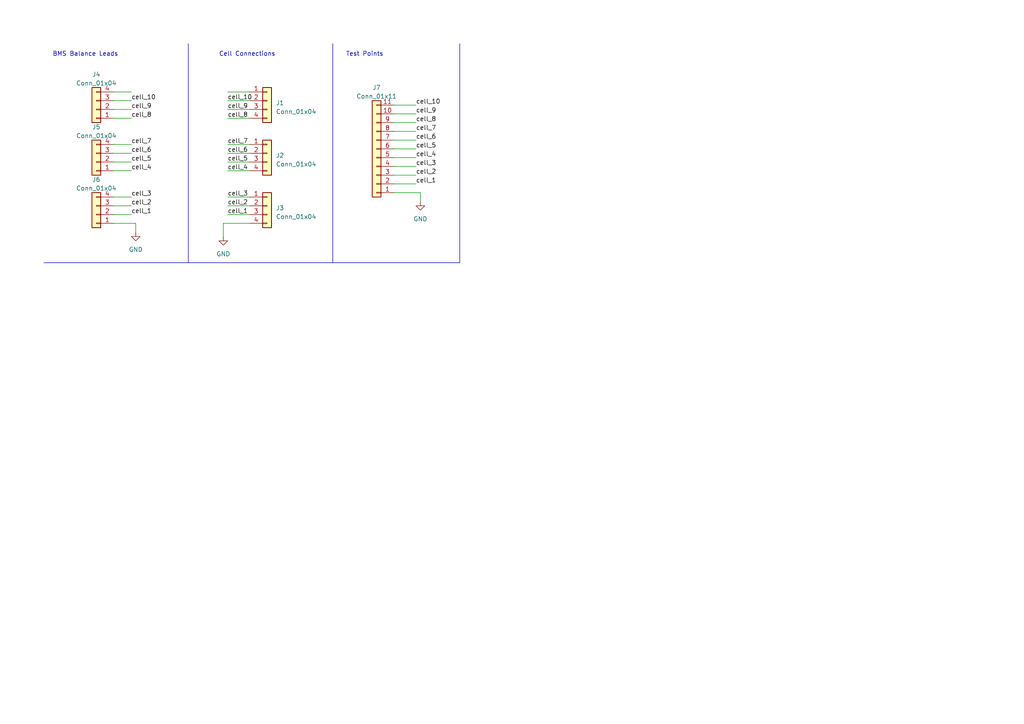
<source format=kicad_sch>
(kicad_sch (version 20230121) (generator eeschema)
  (paper "A4")
  (lib_symbols
    (symbol "Connector_Generic:Conn_01x04" (pin_names (offset 1.016) hide)
      (property "Reference" "J" (at 0 5.08 0))
      (property "Value" "Conn_01x04" (at 0 -7.62 0))
      (symbol "Conn_01x04_1_1"
        (rectangle (start -1.27 -4.953) (end 0 -5.207) (stroke (width 0.1524)))
        (rectangle (start -1.27 -2.413) (end 0 -2.667) (stroke (width 0.1524)))
        (rectangle (start -1.27 0.127) (end 0 -0.127) (stroke (width 0.1524)))
        (rectangle (start -1.27 2.667) (end 0 2.413) (stroke (width 0.1524)))
        (rectangle (start -1.27 3.81) (end 1.27 -6.35) (stroke (width 0.254)) (fill (type background)))
        (pin passive line (at -5.08 2.54 0) (length 3.81) (name "Pin_1") (number "1"))
        (pin passive line (at -5.08 0 0) (length 3.81) (name "Pin_2") (number "2"))
        (pin passive line (at -5.08 -2.54 0) (length 3.81) (name "Pin_3") (number "3"))
        (pin passive line (at -5.08 -5.08 0) (length 3.81) (name "Pin_4") (number "4"))
      )
    )
    (symbol "Connector_Generic:Conn_01x11" (pin_names (offset 1.016) hide)
      (property "Reference" "J" (at 0 15.24 0))
      (property "Value" "Conn_01x11" (at 0 -15.24 0))
      (symbol "Conn_01x11_1_1"
        (rectangle (start -1.27 -12.573) (end 0 -12.827) (stroke (width 0.1524)))
        (rectangle (start -1.27 -10.033) (end 0 -10.287) (stroke (width 0.1524)))
        (rectangle (start -1.27 -7.493) (end 0 -7.747) (stroke (width 0.1524)))
        (rectangle (start -1.27 -4.953) (end 0 -5.207) (stroke (width 0.1524)))
        (rectangle (start -1.27 -2.413) (end 0 -2.667) (stroke (width 0.1524)))
        (rectangle (start -1.27 0.127) (end 0 -0.127) (stroke (width 0.1524)))
        (rectangle (start -1.27 2.667) (end 0 2.413) (stroke (width 0.1524)))
        (rectangle (start -1.27 5.207) (end 0 4.953) (stroke (width 0.1524)))
        (rectangle (start -1.27 7.747) (end 0 7.493) (stroke (width 0.1524)))
        (rectangle (start -1.27 10.287) (end 0 10.033) (stroke (width 0.1524)))
        (rectangle (start -1.27 12.827) (end 0 12.573) (stroke (width 0.1524)))
        (rectangle (start -1.27 13.97) (end 1.27 -13.97) (stroke (width 0.254)) (fill (type background)))
        (pin passive line (at -5.08 12.7 0) (length 3.81) (name "Pin_1") (number "1"))
        (pin passive line (at -5.08 -10.16 0) (length 3.81) (name "Pin_10") (number "10"))
        (pin passive line (at -5.08 -12.7 0) (length 3.81) (name "Pin_11") (number "11"))
        (pin passive line (at -5.08 10.16 0) (length 3.81) (name "Pin_2") (number "2"))
        (pin passive line (at -5.08 7.62 0) (length 3.81) (name "Pin_3") (number "3"))
        (pin passive line (at -5.08 5.08 0) (length 3.81) (name "Pin_4") (number "4"))
        (pin passive line (at -5.08 2.54 0) (length 3.81) (name "Pin_5") (number "5"))
        (pin passive line (at -5.08 0 0) (length 3.81) (name "Pin_6") (number "6"))
        (pin passive line (at -5.08 -2.54 0) (length 3.81) (name "Pin_7") (number "7"))
        (pin passive line (at -5.08 -5.08 0) (length 3.81) (name "Pin_8") (number "8"))
        (pin passive line (at -5.08 -7.62 0) (length 3.81) (name "Pin_9") (number "9"))
      )
    )
    (symbol "power:GND" (power) (pin_names (offset 0))
      (property "Value" "GND" (at 0 -3.81 0))
      (symbol "GND_0_1"
        (polyline (pts (xy 0 0) (xy 0 -1.27) (xy 1.27 -1.27) (xy 0 -2.54) (xy -1.27 -1.27) (xy 0 -1.27)))
      )
      (symbol "GND_1_1"
        (pin power_in line (at 0 0 270) (length 0) hide (name "GND") (number "1"))
      )
    )
  )
  (wire (pts (xy 33.02 31.75) (xy 38.1 31.75)))
  (wire (pts (xy 66.04 46.99) (xy 72.39 46.99)))
  (polyline (pts (xy 133.35 12.7) (xy 133.35 76.2)))
  (wire (pts (xy 33.02 34.29) (xy 38.1 34.29)))
  (wire (pts (xy 114.3 38.1) (xy 120.65 38.1)))
  (wire (pts (xy 114.3 33.02) (xy 120.65 33.02)))
  (wire (pts (xy 33.02 44.45) (xy 38.1 44.45)))
  (wire (pts (xy 33.02 64.77) (xy 39.37 64.77)))
  (wire (pts (xy 66.04 31.75) (xy 72.39 31.75)))
  (wire (pts (xy 33.02 59.69) (xy 38.1 59.69)))
  (wire (pts (xy 33.02 26.67) (xy 38.1 26.67)))
  (wire (pts (xy 33.02 29.21) (xy 38.1 29.21)))
  (wire (pts (xy 33.02 57.15) (xy 38.1 57.15)))
  (wire (pts (xy 33.02 49.53) (xy 38.1 49.53)))
  (wire (pts (xy 39.37 64.77) (xy 39.37 67.31)))
  (wire (pts (xy 33.02 41.91) (xy 38.1 41.91)))
  (polyline (pts (xy 54.61 12.7) (xy 54.61 76.2)))
  (wire (pts (xy 64.77 64.77) (xy 64.77 68.58)))
  (wire (pts (xy 114.3 45.72) (xy 120.65 45.72)))
  (wire (pts (xy 114.3 40.64) (xy 120.65 40.64)))
  (wire (pts (xy 66.04 49.53) (xy 72.39 49.53)))
  (wire (pts (xy 66.04 34.29) (xy 72.39 34.29)))
  (wire (pts (xy 114.3 30.48) (xy 120.65 30.48)))
  (polyline (pts (xy 96.52 76.2) (xy 133.35 76.2)))
  (wire (pts (xy 66.04 29.21) (xy 72.39 29.21)))
  (wire (pts (xy 33.02 62.23) (xy 38.1 62.23)))
  (wire (pts (xy 66.04 26.67) (xy 72.39 26.67)))
  (wire (pts (xy 66.04 57.15) (xy 72.39 57.15)))
  (wire (pts (xy 114.3 53.34) (xy 120.65 53.34)))
  (wire (pts (xy 66.04 59.69) (xy 72.39 59.69)))
  (polyline (pts (xy 54.61 76.2) (xy 96.52 76.2)))
  (wire (pts (xy 114.3 43.18) (xy 120.65 43.18)))
  (wire (pts (xy 114.3 48.26) (xy 120.65 48.26)))
  (wire (pts (xy 66.04 41.91) (xy 72.39 41.91)))
  (wire (pts (xy 114.3 55.88) (xy 121.92 55.88)))
  (wire (pts (xy 66.04 62.23) (xy 72.39 62.23)))
  (wire (pts (xy 121.92 55.88) (xy 121.92 58.42)))
  (wire (pts (xy 72.39 64.77) (xy 64.77 64.77)))
  (wire (pts (xy 114.3 50.8) (xy 120.65 50.8)))
  (polyline (pts (xy 96.52 12.7) (xy 96.52 76.2)))
  (polyline (pts (xy 12.7 76.2) (xy 54.61 76.2)))
  (wire (pts (xy 33.02 46.99) (xy 38.1 46.99)))
  (wire (pts (xy 114.3 35.56) (xy 120.65 35.56)))
  (wire (pts (xy 66.04 44.45) (xy 72.39 44.45)))
  (text "Test Points\n" (at 100.33 16.51 0) (effects (font (size 1.27 1.27)) (justify left bottom)))
  (text "Cell Connections" (at 63.5 16.51 0) (effects (font (size 1.27 1.27)) (justify left bottom)))
  (text "BMS Balance Leads" (at 15.24 16.51 0) (effects (font (size 1.27 1.27)) (justify left bottom)))
  (label "cell_2" (at 120.65 50.8 0))
  (label "cell_9" (at 120.65 33.02 0))
  (label "cell_4" (at 66.04 49.53 0))
  (label "cell_7" (at 38.1 41.91 0))
  (label "cell_3" (at 120.65 48.26 0))
  (label "cell_1" (at 38.1 62.23 0))
  (label "cell_1" (at 66.04 62.23 0))
  (label "cell_1" (at 120.65 53.34 0))
  (label "cell_3" (at 38.1 57.15 0))
  (label "cell_3" (at 66.04 57.15 0))
  (label "cell_7" (at 120.65 38.1 0))
  (label "cell_9" (at 38.1 31.75 0))
  (label "cell_4" (at 120.65 45.72 0))
  (label "cell_10" (at 38.1 29.21 0))
  (label "cell_7" (at 66.04 41.91 0))
  (label "cell_8" (at 66.04 34.29 0))
  (label "cell_6" (at 38.1 44.45 0))
  (label "cell_10" (at 66.04 29.21 0))
  (label "cell_5" (at 66.04 46.99 0))
  (label "cell_5" (at 120.65 43.18 0))
  (label "cell_6" (at 120.65 40.64 0))
  (label "cell_4" (at 38.1 49.53 0))
  (label "cell_2" (at 66.04 59.69 0))
  (label "cell_8" (at 38.1 34.29 0))
  (label "cell_8" (at 120.65 35.56 0))
  (label "cell_10" (at 120.65 30.48 0))
  (label "cell_2" (at 38.1 59.69 0))
  (label "cell_5" (at 38.1 46.99 0))
  (label "cell_6" (at 66.04 44.45 0))
  (label "cell_9" (at 66.04 31.75 0))
  (symbol (lib_id "Connector_Generic:Conn_01x04") (at 27.94 62.23 180) (unit 1)
    (property "Reference" "J6" (at 27.94 52.07 0))
    (property "Value" "Conn_01x04" (at 27.94 54.61 0))
    (property "Footprint" "Connector_PinHeader_2.00mm:PinHeader_1x04_P2.00mm_Horizontal" (effects hide))
  )
  (symbol (lib_id "power:GND") (at 121.92 58.42 0) (unit 1)
    (property "Reference" "#PWR03" (effects hide))
    (property "Value" "GND" (at 121.92 63.5 0))
  )
  (symbol (lib_id "power:GND") (at 64.77 68.58 0) (unit 1)
    (property "Reference" "#PWR02" (effects hide))
    (property "Value" "GND" (at 64.77 73.66 0))
  )
  (symbol (lib_id "Connector_Generic:Conn_01x04") (at 27.94 31.75 180) (unit 1)
    (property "Reference" "J4" (at 27.94 21.59 0))
    (property "Value" "Conn_01x04" (at 27.94 24.13 0))
    (property "Footprint" "Connector_PinHeader_2.00mm:PinHeader_1x04_P2.00mm_Horizontal" (effects hide))
  )
  (symbol (lib_id "Connector_Generic:Conn_01x04") (at 27.94 46.99 180) (unit 1)
    (property "Reference" "J5" (at 27.94 36.83 0))
    (property "Value" "Conn_01x04" (at 27.94 39.37 0))
    (property "Footprint" "Connector_PinHeader_2.00mm:PinHeader_1x04_P2.00mm_Horizontal" (effects hide))
  )
  (symbol (lib_id "Connector_Generic:Conn_01x04") (at 77.47 44.45 0) (unit 1)
    (property "Reference" "J2" (at 80.01 45.085 0) (effects (justify left)))
    (property "Value" "Conn_01x04" (at 80.01 47.625 0) (effects (justify left)))
    (property "Footprint" "Connector_PinHeader_2.00mm:PinHeader_1x04_P2.00mm_Horizontal" (effects hide))
  )
  (symbol (lib_id "Connector_Generic:Conn_01x04") (at 77.47 29.21 0) (unit 1)
    (property "Reference" "J1" (at 80.01 29.845 0) (effects (justify left)))
    (property "Value" "Conn_01x04" (at 80.01 32.385 0) (effects (justify left)))
    (property "Footprint" "Connector_PinHeader_2.00mm:PinHeader_1x04_P2.00mm_Horizontal" (effects hide))
  )
  (symbol (lib_id "Connector_Generic:Conn_01x11") (at 109.22 43.18 180) (unit 1)
    (property "Reference" "J7" (at 109.22 25.4 0))
    (property "Value" "Conn_01x11" (at 109.22 27.94 0))
    (property "Footprint" "Connector_PinHeader_2.54mm:PinHeader_1x11_P2.54mm_Vertical" (effects hide))
  )
  (symbol (lib_id "Connector_Generic:Conn_01x04") (at 77.47 59.69 0) (unit 1)
    (property "Reference" "J3" (at 80.01 60.325 0) (effects (justify left)))
    (property "Value" "Conn_01x04" (at 80.01 62.865 0) (effects (justify left)))
    (property "Footprint" "Connector_PinHeader_2.00mm:PinHeader_1x04_P2.00mm_Horizontal" (effects hide))
  )
  (symbol (lib_id "power:GND") (at 39.37 67.31 0) (unit 1)
    (property "Reference" "#PWR01" (effects hide))
    (property "Value" "GND" (at 39.37 72.39 0))
  )
)
</source>
